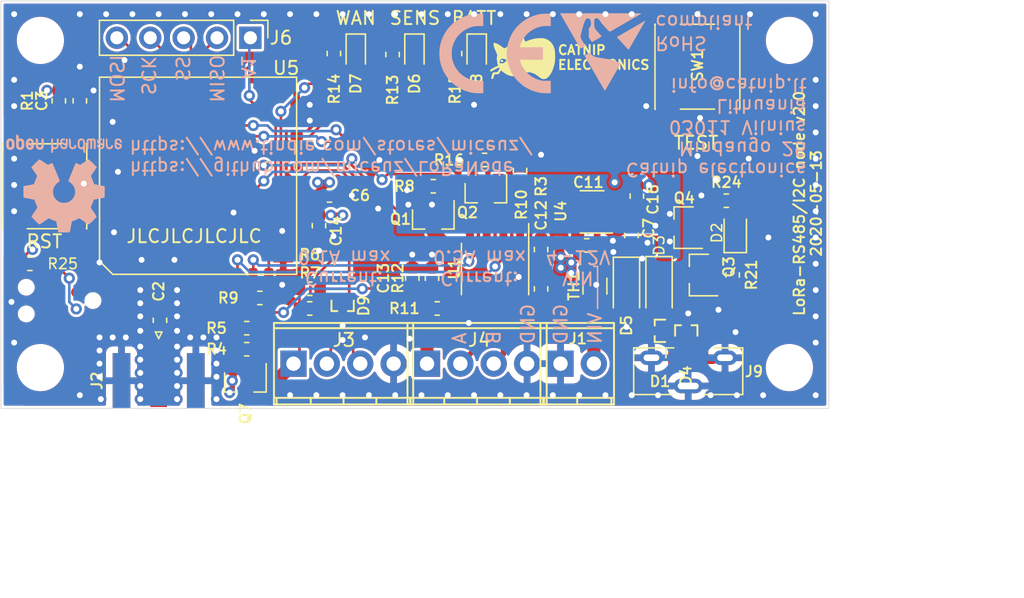
<source format=kicad_pcb>
(kicad_pcb (version 20210722) (generator pcbnew)
  (title_block (title "Lora - RS485 bridge") (date "2019-11-05") (rev "1.1") (company "Albertas Mickenas"))
  (layers (0 "F.Cu" signal) (1 "In1.Cu" signal) (2 "In2.Cu" signal) (31 "B.Cu" signal) (34 "B.Paste" user) (35 "F.Paste" user) (36 "B.SilkS" user "B.Silkscreen") (37 "F.SilkS" user "F.Silkscreen") (38 "B.Mask" user) (39 "F.Mask" user) (44 "Edge.Cuts" user))
  (net 0 "")
  (net 1 "GND")
  (net 2 "Net-(Q7-Pad1)")
  (net 3 "+3V3")
  (net 4 "/VOUT")
  (net 5 "/SWD_IO")
  (net 6 "/SWD_CLK")
  (net 7 "/~{MCU_RST}")
  (net 8 "/RX")
  (net 9 "/TX")
  (net 10 "/D+")
  (net 11 "/D-")
  (net 12 "/I2C_SCL")
  (net 13 "/I2C_SDA")
  (net 14 "+BATT")
  (net 15 "VBUS")
  (net 16 "/VIN")
  (net 17 "/A")
  (net 18 "/B")
  (net 19 "Net-(J9-Pad4)")
  (net 20 "/~{RS485_RE}")
  (net 21 "/~{I2C_ENABLE}")
  (net 22 "/RS485_DE")
  (net 23 "Net-(SW1-Pad2)")
  (net 24 "Net-(U4-Pad4)")
  (net 25 "/ANTENNA")
  (net 26 "/BATT_MON")
  (net 27 "/VOUT_1")
  (net 28 "Net-(Q1-Pad1)")
  (net 29 "Net-(J5-Pad4)")
  (net 30 "Net-(J5-Pad5)")
  (net 31 "Net-(D6-Pad2)")
  (net 32 "Net-(D7-Pad2)")
  (net 33 "Net-(D8-Pad2)")
  (net 34 "/LED1")
  (net 35 "/LED2")
  (net 36 "/LED3")
  (net 37 "Net-(Q2-Pad1)")
  (net 38 "Net-(J5-Pad1)")
  (net 39 "/RS485_ENABLE")
  (net 40 "Net-(D5-Pad1)")
  (net 41 "Net-(D2-Pad1)")
  (net 42 "Net-(U5-Pad34)")
  (net 43 "Net-(U5-Pad21)")
  (net 44 "/A1")
  (net 45 "/RF")
  (net 46 "/MOSI")
  (net 47 "/SS")
  (net 48 "/SCK")
  (net 49 "/MISO")
  (footprint "Resistor_SMD:R_0603_1608Metric" (layer "F.Cu") (at 89.4 119.6 -90)
    (fp_text reference "R1")
    (fp_text value "1k")
  )
  (footprint "Button_Switch_SMD:SW_Push_1P1T_NO_6x6mm_H9.5mm" (layer "F.Cu") (at 138 117 -90)
    (fp_text reference "SW1")
    (fp_text value "SW_Test")
  )
  (footprint "Capacitor_SMD:C_0603_1608Metric" (layer "F.Cu") (at 110 126.8)
    (fp_text reference "C6")
    (fp_text value "1u")
  )
  (footprint "Capacitor_SMD:C_0603_1608Metric" (layer "F.Cu") (at 91 119.6 90)
    (fp_text reference "C3")
    (fp_text value "1u")
  )
  (footprint "miceuz-lib:TC2030-MCP-NL" (layer "F.Cu") (at 92 134.8 180)
    (fp_text reference "J5" hide)
    (fp_text value "SWD" hide)
  )
  (footprint "Mounting_Holes:MountingHole_3.2mm_M3_DIN965" (layer "F.Cu") (at 145 115)
    (fp_text reference "H1" hide)
    (fp_text value "MountingHole" hide)
  )
  (footprint "Mounting_Holes:MountingHole_3.2mm_M3_DIN965" (layer "F.Cu") (at 88 115)
    (fp_text reference "H3" hide)
    (fp_text value "MountingHole" hide)
  )
  (footprint "Capacitor_SMD:C_0603_1608Metric" (layer "F.Cu") (at 109.2 129.1 -90)
    (fp_text reference "C14")
    (fp_text value "1u")
  )
  (footprint "LED_SMD:LED_0603_1608Metric" (layer "F.Cu") (at 112 116 -90)
    (fp_text reference "D7")
    (fp_text value "LED")
  )
  (footprint "LED_SMD:LED_0603_1608Metric" (layer "F.Cu") (at 121.201034 116 -90)
    (fp_text reference "D8")
    (fp_text value "LED")
  )
  (footprint "Resistor_SMD:R_0603_1608Metric" (layer "F.Cu") (at 114.800136 116.074626 90)
    (fp_text reference "R13")
    (fp_text value "1k")
  )
  (footprint "Resistor_SMD:R_0603_1608Metric" (layer "F.Cu") (at 110.332885 116 90)
    (fp_text reference "R14")
    (fp_text value "1k")
  )
  (footprint "Resistor_SMD:R_0603_1608Metric" (layer "F.Cu") (at 119.555585 116 90)
    (fp_text reference "R15")
    (fp_text value "1k")
  )
  (footprint "LED_SMD:LED_0603_1608Metric" (layer "F.Cu") (at 116.463828 116 -90)
    (fp_text reference "D6")
    (fp_text value "LED")
  )
  (footprint "miceuz-lib:catnip" (layer "F.Cu") (at 124.7 116.1)
    (fp_text reference "G***" hide)
    (fp_text value "LOGO" hide)
  )
  (footprint "Capacitor_SMD:C_0603_1608Metric" (layer "F.Cu") (at 126.1 133.9125 90)
    (fp_text reference "C12")
    (fp_text value "1u")
  )
  (footprint "Capacitor_SMD:C_0603_1608Metric" (layer "F.Cu") (at 129.58 130.6)
    (fp_text reference "C11")
    (fp_text value "4.7u")
  )
  (footprint "Package_TO_SOT_SMD:SOT-23" (layer "F.Cu") (at 121.9 126.6 90)
    (fp_text reference "Q2")
    (fp_text value "NTR4003")
  )
  (footprint "Resistor_SMD:R_0603_1608Metric" (layer "F.Cu") (at 108.5 135.4)
    (fp_text reference "R7")
    (fp_text value "4.7k")
  )
  (footprint "Resistor_SMD:R_0603_1608Metric" (layer "F.Cu") (at 117.9 126.1 180)
    (fp_text reference "R8")
    (fp_text value "1M")
  )
  (footprint "TerminalBlock_Phoenix:TerminalBlock_Phoenix_MPT-2.54mm_4pol" (layer "F.Cu") (at 107.26 139.6)
    (fp_text reference "J3")
    (fp_text value "i2c")
  )
  (footprint "TO_SOT_Packages_SMD:SOT-23-5" (layer "F.Cu") (at 129.98 128.05)
    (fp_text reference "U4")
    (fp_text value "NCP718")
  )
  (footprint "Resistor_SMD:R_0603_1608Metric" (layer "F.Cu") (at 104.7 134.6)
    (fp_text reference "R9")
    (fp_text value "1M")
  )
  (footprint "Package_TO_SOT_SMD:SOT-23" (layer "F.Cu") (at 117.9 128.6 90)
    (fp_text reference "Q1")
    (fp_text value "NX2301P")
  )
  (footprint "Resistor_SMD:R_0603_1608Metric" (layer "F.Cu") (at 121.8 124.1 180)
    (fp_text reference "R16")
    (fp_text value "1M")
  )
  (footprint "miceuz-lib:SC89" (layer "F.Cu") (at 111 135.2 90)
    (fp_text reference "D9")
    (fp_text value "5V6")
  )
  (footprint "Package_TO_SOT_SMD:SOT-23" (layer "F.Cu") (at 103.6 141 90)
    (fp_text reference "Q7")
    (fp_text value "NX2301P")
  )
  (footprint "Capacitor_SMD:C_0603_1608Metric" (layer "F.Cu") (at 132.98 129.85 -90)
    (fp_text reference "C7")
    (fp_text value "4.7u")
  )
  (footprint "Resistor_SMD:R_0603_1608Metric" (layer "F.Cu") (at 126.1 130.9125 90)
    (fp_text reference "R3")
    (fp_text value "1M")
  )
  (footprint "Resistor_SMD:R_0603_1608Metric" (layer "F.Cu") (at 103.699999 138.499999 180)
    (fp_text reference "R4")
    (fp_text value "1M")
  )
  (footprint "TerminalBlock_Phoenix:TerminalBlock_Phoenix_MPT-2.54mm_2pol" (layer "F.Cu") (at 127.58 139.6)
    (fp_text reference "J1")
    (fp_text value "battery")
  )
  (footprint "Capacitor_SMD:C_0603_1608Metric" (layer "F.Cu") (at 133.389762 126.85 90)
    (fp_text reference "C16")
    (fp_text value "4.7u")
  )
  (footprint "Package_SO:SOIC-8_3.9x4.9mm_P1.27mm" (layer "F.Cu") (at 122.6 132.4 180)
    (fp_text reference "U1")
    (fp_text value "SN65HVD72")
  )
  (footprint "Resistor_SMD:R_0603_1608Metric" (layer "F.Cu") (at 108.5 133.9)
    (fp_text reference "R6")
    (fp_text value "4.7k")
  )
  (footprint "Mounting_Holes:MountingHole_3.2mm_M3_DIN965" (layer "F.Cu") (at 88 139.9)
    (fp_text reference "H4" hide)
    (fp_text value "MountingHole" hide)
  )
  (footprint "TerminalBlock_Phoenix:TerminalBlock_Phoenix_MPT-2.54mm_4pol" (layer "F.Cu") (at 117.42 139.6)
    (fp_text reference "J4")
    (fp_text value "rs485")
  )
  (footprint "Button_Switch_SMD:SW_Push_1P1T_NO_6x6mm_H9.5mm" (layer "F.Cu") (at 88.3 126.1 90)
    (fp_text reference "SW2")
    (fp_text value "SW_Reset")
  )
  (footprint "Resistor_SMD:R_0603_1608Metric" (layer "F.Cu") (at 124.5 124.9 90)
    (fp_text reference "R10")
    (fp_text value "150")
  )
  (footprint "Capacitor_SMD:C_0603_1608Metric" (layer "F.Cu") (at 116.3 133.09 90)
    (fp_text reference "C13")
    (fp_text value "1u")
  )
  (footprint "Resistor_SMD:R_0603_1608Metric" (layer "F.Cu") (at 117.8 133.1 -90)
    (fp_text reference "R12")
    (fp_text value "10k")
  )
  (footprint "Resistor_SMD:R_0603_1608Metric" (layer "F.Cu") (at 118.2 135.4 180)
    (fp_text reference "R11")
    (fp_text value "20k")
  )
  (footprint "Diode_SMD:D_SOD-123F" (layer "F.Cu") (at 132.6 133.7 -90)
    (fp_text reference "D5")
    (fp_text value "SMF11A")
  )
  (footprint "Mounting_Holes:MountingHole_3.2mm_M3_DIN965" (layer "F.Cu") (at 145 139.9)
    (fp_text reference "H2" hide)
    (fp_text value "MountingHole" hide)
  )
  (footprint "Diode_SMD:D_SOD-123" (layer "F.Cu") (at 135.08 133.7 -90)
    (fp_text reference "D3")
    (fp_text value "1N4148")
  )
  (footprint "Connectors_USB:USB_Micro-B_Vertical_Molex-105133-0001" (layer "F.Cu") (at 137.3 140.225)
    (fp_text reference "J9")
    (fp_text value "USB micro")
  )
  (footprint "miceuz-lib:SC89" (layer "F.Cu") (at 135.15 137.1)
    (fp_text reference "D1")
    (fp_text value "5V6")
  )
  (footprint "miceuz-lib:SC89" (layer "F.Cu") (at 137.15 137.076584 -90)
    (fp_text reference "D4")
    (fp_text value "5V6")
  )
  (footprint "Package_TO_SOT_SMD:SOT-23" (layer "F.Cu") (at 138.143138 132.855373)
    (fp_text reference "Q3")
    (fp_text value "NX2301P")
  )
  (footprint "Package_TO_SOT_SMD:SOT-23" (layer "F.Cu") (at 136.88 129.15)
    (fp_text reference "Q4")
    (fp_text value "NX2301P")
  )
  (footprint "Resistor_SMD:R_0603_1608Metric" (layer "F.Cu") (at 140.68 132.85 -90)
    (fp_text reference "R21")
    (fp_text value "1M")
  )
  (footprint "Resistor_SMD:R_0603_1608Metric" (layer "F.Cu") (at 140.2 127.2 180)
    (fp_text reference "R24")
    (fp_text value "1M")
  )
  (footprint "Resistor_SMD:R_0603_1608Metric" (layer "F.Cu") (at 103.7 136.9 180)
    (fp_text reference "R5")
    (fp_text value "150")
  )
  (footprint "Fuse:Fuse_1206_3216Metric" (layer "F.Cu") (at 130.2 133.7 90)
    (fp_text reference "TH1")
    (fp_text value "Thermistor_PTC")
  )
  (footprint "Resistor_SMD:R_0603_1608Metric" (layer "F.Cu") (at 87.2 132)
    (fp_text reference "R25")
    (fp_text value "1k")
  )
  (footprint "Diode_SMD:D_SOD-323" (layer "F.Cu") (at 140.88 129.65 90)
    (fp_text reference "D2")
    (fp_text value "7.6V")
  )
  (footprint "Fiducials:Fiducial_1mm_Dia_2mm_Outer" (layer "F.Cu") (at 144.1 119.1)
    (fp_text reference "FID1" hide)
    (fp_text value "Fiducial" hide)
  )
  (footprint "Fiducials:Fiducial_1mm_Dia_2mm_Outer" (layer "F.Cu") (at 86.3 141.7)
    (fp_text reference "FID2" hide)
    (fp_text value "Fiducial" hide)
  )
  (footprint "miceuz-lib:SMA_6.35_EdgeMount" (layer "F.Cu") (at 97 140.9 -90)
    (fp_text reference "J2")
    (fp_text value "ANT")
  )
  (footprint "miceuz-lib:RAK4260-footprint_w_solder_paste" (layer "F.Cu") (at 100 125.3 90)
    (fp_text reference "U5")
    (fp_text value "RAK4260")
  )
  (footprint "Capacitor_SMD:C_0603_1608Metric" (layer "F.Cu") (at 97.1 136.3 -90)
    (fp_text reference "C2")
    (fp_text value "47p")
  )
  (footprint "Pin_Headers:Pin_Header_Straight_1x05_Pitch2.54mm" (layer "F.Cu") (at 103.98 114.8 -90)
    (fp_text reference "J6")
    (fp_text value "Conn_01x05_Female")
  )
  (footprint "Symbols:OSHW-Logo2_9.8x8mm_SilkScreen" (layer "B.Cu") (at 89.8 125.9)
    (fp_text reference "REF***" hide)
    (fp_text value "OSHW-Logo2_9.8x8mm_SilkScreen" hide)
  )
  (footprint "Symbols:ESD-Logo_6.6x6mm_SilkScreen" (layer "B.Cu") (at 130.8 115.9)
    (fp_text reference "REF***" hide)
    (fp_text value "ESD-Logo_6.6x6mm_SilkScreen" hide)
  )
  (footprint "Symbols:CE-Logo_8.5x6mm_SilkScreen" (layer "B.Cu") (at 122.6 116)
    (fp_text reference "REF***" hide)
    (fp_text value "CE-Logo_8.5x6mm_SilkScreen" hide)
  )
  (gr_line (start 130.1 132.2) (end 130.4 132.2) (layer "B.SilkS") (width 0.12))
  (gr_line (start 130.4 132.2) (end 130.4 135.4) (layer "B.SilkS") (width 0.12))
  (gr_line (start 148 112) (end 85 112) (layer "Edge.Cuts") (width 0.05))
  (gr_line (start 85 143) (end 148 143) (layer "Edge.Cuts") (width 0.05))
  (gr_line (start 148 143) (end 148 112) (layer "Edge.Cuts") (width 0.05))
  (gr_line (start 85 112) (end 85 143) (layer "Edge.Cuts") (width 0.05))
  (gr_text "MISO" (at 101.4 116 270) (layer "B.SilkS") (effects (font (size 1 1)) (justify right mirror)))
  (gr_text "Current:\n0.1A max" (at 111.1 132.3 180) (layer "B.SilkS") (effects (font (size 1 1)) (justify mirror)))
  (gr_text "Current:\n0.5A max" (at 121.4 132.3 180) (layer "B.SilkS") (effects (font (size 1 1)) (justify mirror)))
  (gr_text "VIN\n4-12V" (at 128.9 132.3 180) (layer "B.SilkS") (effects (font (size 1 1)) (justify mirror)))
  (gr_text "B" (at 122.5 138.2 90) (layer "B.SilkS") (effects (font (size 1 1)) (justify right mirror)))
  (gr_text "A" (at 119.9 138.2 90) (layer "B.SilkS") (effects (font (size 1 1)) (justify right mirror)))
  (gr_text "VIN" (at 130.2 138.2 90) (layer "B.SilkS") (effects (font (size 1 1)) (justify right mirror)))
  (gr_text "GND" (at 125.1 138.2 90) (layer "B.SilkS") (effects (font (size 1 1)) (justify right mirror)))
  (gr_text "GND" (at 127.6 138.2 90) (layer "B.SilkS") (effects (font (size 1 1)) (justify right mirror)))
  (gr_text "Catnip electronics\nMindaugo 25\n03011 Vilnius\nLithuania\ninfo@catnip.lt" (at 146.4 121.6 180) (layer "B.SilkS") (effects (font (size 1 1)) (justify right mirror)))
  (gr_text "A1" (at 103.8 116 270) (layer "B.SilkS") (effects (font (size 1 1)) (justify right mirror)))
  (gr_text "SS" (at 98.8 116.1 270) (layer "B.SilkS") (effects (font (size 1 1)) (justify right mirror)))
  (gr_text "SCK" (at 96.2 116.1 270) (layer "B.SilkS") (effects (font (size 1 1)) (justify right mirror)))
  (gr_text "MOSI" (at 93.8 116 270) (layer "B.SilkS") (effects (font (size 1 1)) (justify right mirror)))
  (gr_text "https://github.com/miceuz/LoRaNode\nhttps://www.tindie.com/stores/miceuz/" (at 94.7 123.9 180) (layer "B.SilkS") (effects (font (size 1 1)) (justify left mirror)))
  (gr_text "RoHS\ncompliant" (at 134.7 114.4 180) (layer "B.SilkS") (effects (font (size 1 1)) (justify left mirror)))
  (gr_text "RST" (at 88.3 130.3) (layer "F.SilkS") (effects (font (size 1 1))))
  (gr_text "JLCJLCJLCJLC" (at 99.7 129.9) (layer "F.SilkS") (effects (font (size 1 1))))
  (gr_text "BATT" (at 121 113.3) (layer "F.SilkS") (effects (font (size 1 1))))
  (gr_text "SENS" (at 116.5 113.3) (layer "F.SilkS") (effects (font (size 1 1))))
  (gr_text "LoRa-RS485/I2C node v2.0\n2020-05-13\n" (at 146.4 127.4 90) (layer "F.SilkS") (effects (font (size 0.8 0.8))))
  (gr_text "WAN" (at 112 113.3) (layer "F.SilkS") (effects (font (size 1 1))))
  (gr_text "CATNIP\nELECTRONICS\n" (at 127.3 116.3) (layer "F.SilkS") (effects (font (size 0.7 0.7)) (justify left)))
  (gr_text "TEST" (at 137.9 122.8) (layer "F.SilkS") (effects (font (size 1 1))))
  (segment (start 137.15 136.506584) (end 137.15 135.923548) (width 0.2) (layer "F.Cu") (net 1))
  (segment (start 125.925 133.275) (end 126.1 133.1) (width 0.2) (layer "F.Cu") (net 1))
  (segment (start 132.1 127.710589) (end 132.1 127) (width 0.25) (layer "F.Cu") (net 1))
  (segment (start 121.0125 124.1) (end 121.0125 125.5375) (width 0.2) (layer "F.Cu") (net 1))
  (segment (start 131.86 128.05) (end 132.093025 127.816972) (width 0.25) (layer "F.Cu") (net 1))
  (segment (start 131.08 128.05) (end 131.86 128.05) (width 0.25) (layer "F.Cu") (net 1))
  (segment (start 137.15 135.923548) (end 137.300009 135.773539) (width 0.2) (layer "F.Cu") (net 1))
  (segment (start 121.0125 125.5375) (end 120.95 125.6) (width 0.2) (layer "F.Cu") (net 1))
  (via (at 147 134) (size 0.85) (drill 0.45) (layers "F.Cu" "B.Cu") (net 1))
  (via (at 139.4 125.6) (size 0.85) (drill 0.45) (layers "F.Cu" "B.Cu") (net 1))
  (via (at 85.8 134.9) (size 0.85) (drill 0.45) (layers "F.Cu" "B.Cu") (net 1))
  (via (at 102.7 128.1) (size 0.85) (drill 0.45) (layers "F.Cu" "B.Cu") (net 1))
  (via (at 98.4 141.3) (size 0.85) (drill 0.45) (layers "F.Cu" "B.Cu") (net 1))
  (via (at 106.4 133.6) (size 0.85) (drill 0.45) (layers "F.Cu" "B.Cu") (net 1))
  (via (at 111 136.7) (size 0.85) (drill 0.45) (layers "F.Cu" "B.Cu") (net 1))
  (via (at 141 142) (size 0.85) (drill 0.45) (layers "F.Cu" "B.Cu") (net 1))
  (via (at 92.5 138.6) (size 0.85) (drill 0.45) (layers "F.Cu" "B.Cu") (net 1))
  (via (at 99.4 137.6) (size 0.85) (drill 0.45) (layers "F.Cu" "B.Cu") (net 1))
  (via (at 147 130) (size 0.85) (drill 0.45) (layers "F.Cu" "B.Cu") (net 1))
  (via (at 125 113) (size 0.85) (drill 0.45) (layers "F.Cu" "B.Cu") (net 1))
  (via (at 138.3 126.8) (size 0.85) (drill 0.45) (layers "F.Cu" "B.Cu") (net 1))
  (via (at 125 142) (size 0.85) (drill 0.45) (layers "F.Cu" "B.Cu") (net 1))
  (via (at 86 126) (size 0.85) (drill 0.45) (layers "F.Cu" "B.Cu") (net 1))
  (via (at 138 113) (size 0.85) (drill 0.45) (layers "F.Cu" "B.Cu") (net 1))
  (via (at 95.6 139.3) (size 0.85) (drill 0.45) (layers "F.Cu" "B.Cu") (net 1))
  (via (at 123 113) (size 0.85) (drill 0.45) (layers "F.Cu" "B.Cu") (net 1))
  (via (at 98.4 142.3) (size 0.85) (drill 0.45) (layers "F.Cu" "B.Cu") (net 1))
  (via (at 95.6 138.3) (size 0.85) (drill 0.45) (layers "F.Cu" "B.Cu") (net 1))
  (via (at 92.5 140.6) (size 0.85) (drill 0.45) (layers "F.Cu" "B.Cu") (net 1))
  (via (at 111 137.8) (size 0.85) (drill 0.45) (layers "F.Cu" "B.Cu") (net 1))
  (via (at 98.4 138.3) (size 0.85) (drill 0.45) (layers "F.Cu" "B.Cu") (net 1))
  (via (at 95.6 140.3) (size 0.85) (drill 0.45) (layers "F.Cu" "B.Cu") (net 1))
  (via (at 133 113) (size 0.85) (drill 0.45) (layers "F.Cu" "B.Cu") (net 1))
  (via (at 147 126) (size 0.85) (drill 0.45) (layers "F.Cu" "B.Cu") (net 1))
  (via (at 86 124) (size 0.85) (drill 0.45) (layers "F.Cu" "B.Cu") (net 1))
  (via (at 108.5 119.9) (size 0.85) (drill 0.45) (layers "F.Cu" "B.Cu") (net 1))
  (via (at 147 122) (size 0.85) (drill 0.45) (layers "F.Cu" "B.Cu") (net 1))
  (via (at 109.2 131) (size 0.85) (drill 0.45) (layers "F.Cu" "B.Cu") (net 1))
  (via (at 147 124) (size 0.85) (drill 0.45) (layers "F.Cu" "B.Cu") (net 1))
  (via (at 91 117) (size 0.85) (drill 0.45) (layers "F.Cu" "B.Cu") (net 1))
  (via (at 101.4 139.6) (size 0.85) (drill 0.45) (layers "F.Cu" "B.Cu") (net 1))
  (via (at 147 120) (size 0.85) (drill 0.45) (layers "F.Cu" "B.Cu") (net 1))
  (via (at 92.04375 118.8125) (size 0.85) (drill 0.45) (layers "F.Cu" "B.Cu") (net 1))
  (via (at 139 142) (size 0.85) (drill 0.45) (layers "F.Cu" "B.Cu") (net 1))
  (via (at 86 118) (size 0.85) (drill 0.45) (layers "F.Cu" "B.Cu") (net 1))
  (via (at 95.6 137.1) (size 0.85) (drill 0.45) (layers "F.Cu" "B.Cu") (net 1))
  (via (at 116.3 131.3) (size 0.85) (drill 0.45) (layers "F.Cu" "B.Cu") (net 1))
  (via (at 113 142) (size 0.85) (drill 0.45) (layers "F.Cu" "B.Cu") (net 1))
  (via (at 115 113) (size 0.85) (drill 0.45) (layers "F.Cu" "B.Cu") (net 1))
  (via (at 106.4 129.5) (size 0.85) (drill 0.45) (layers "F.Cu" "B.Cu") (net 1))
  (via (at 98.4 136) (size 0.85) (drill 0.45) (layers "F.Cu" "B.Cu") (net 1))
  (via (at 133.8 131.6) (size 0.85) (drill 0.45) (layers "F.Cu" "B.Cu") (net 1))
  (via (at 92.5 139.6) (size 0.85) (drill 0.45) (layers "F.Cu" "B.Cu") (net 1))
  (via (at 92.5 137.6) (size 0.85) (drill 0.45) (layers "F.Cu" "B.Cu") (net 1))
  (via (at 97 113) (size 0.85) (drill 0.45) (layers "F.Cu" "B.Cu") (net 1))
  (via (at 95 113) (size 0.85) (drill 0.45) (layers "F.Cu" "B.Cu") (net 1))
  (via (at 117 113) (size 0.85) (drill 0.45) (layers "F.Cu" "B.Cu") (net 1))
  (via (at 101.4 137.6) (size 0.85) (drill 0.45) (layers "F.Cu" "B.Cu") (net 1))
  (via (at 147 118) (size 0.85) (drill 0.45) (layers "F.Cu" "B.Cu") (net 1))
  (via (at 147 113) (size 0.85) (drill 0.45) (layers "F.Cu" "B.Cu") (net 1))
  (via (at 147 132) (size 0.85) (drill 0.45) (layers "F.Cu" "B.Cu") (net 1))
  (via (at 105 113) (size 0.85) (drill 0.45) (layers "F.Cu" "B.Cu") (net 1))
  (via (at 101.4 138.6) (size 0.85) (drill 0.45) (layers "F.Cu" "B.Cu") (net 1))
  (via (at 121 119.9) (size 0.85) (drill 0.45) (layers "F.Cu" "B.Cu") (net 1))
  (via (at 134.1 120) (size 0.85) (drill 0.45) (layers "F.Cu" "B.Cu") (net 1))
  (via (at 120.6 136.5) (size 0.85) (drill 0.45) (layers "F.Cu" "B.Cu") (net 1))
  (via (at 147 128) (size 0.85) (drill 0.45) (layers "F.Cu" "B.Cu") (net 1))
  (via (at 103 113) (size 0.85) (drill 0.45) (layers "F.Cu" "B.Cu") (net 1))
  (via (at 121 142) (size 0.85) (drill 0.45) (layers "F.Cu" "B.Cu") (net 1))
  (via (at 98.4 135) (size 0.85) (drill 0.45) (layers "F.Cu" "B.Cu") (net 1))
  (via (at 129 142) (size 0.85) (drill 0.45) (layers "F.Cu" "B.Cu") (net 1))
  (via (at 95.6 142.3) (size 0.85) (drill 0.45) (layers "F.Cu" "B.Cu") (net 1))
  (via (at 101.4 142.3) (size 0.85) (drill 0.45) (layers "F.Cu" "B.Cu") (net 1))
  (via (at 94.5 137.6) (size 0.85) (drill 0.45) (layers "F.Cu" "B.Cu") (net 1))
  (via (at 104.3 123.4) (size 0.85) (drill 0.45) (layers "F.Cu" "B.Cu") (net 1))
  (via (at 111.7 126.8) (size 0.85) (drill 0.45) (layers "F.Cu" "B.Cu") (net 1))
  (via (at 86 113) (size 0.85) (drill 0.45) (layers "F.Cu" "B.Cu") (net 1))
  (via (at 95.6 134) (size 0.85) (drill 0.45) (layers "F.Cu" "B.Cu") (net 1))
  (via (at 91 142) (size 0.85) (drill 0.45) (layers "F.Cu" "B.Cu") (net 1))
  (via (at 92.6 142.3) (size 0.85) (drill 0.45) (layers "F.Cu" "B.Cu") (net 1))
  (via (at 119 142) (size 0.85) (drill 0.45) (layers "F.Cu" "B.Cu") (net 1))
  (via (at 111 142) (size 0.85) (drill 0.45) (layers "F.Cu" "B.Cu") (net 1))
  (via (at 98.2 131.7) (size 0.85) (drill 0.45) (layers "F.Cu" "B.Cu") (net 1))
  (via (at 119 113) (size 0.85) (drill 0.45) (layers "F.Cu" "B.Cu") (net 1))
  (via (at 133 142) (size 0.85) (drill 0.45) (layers "F.Cu" "B.Cu") (net 1))
  (via (at 109 113) (size 0.85) (drill 0.45) (layers "F.Cu" "B.Cu") (net 1))
  (via (at 119.9 124.1) (size 0.85) (drill 0.45) (layers "F.Cu" "B.Cu") (net 1))
  (via (at 131.6 131.1) (size 0.85) (drill 0.45) (layers "F.Cu" "B.Cu") (net 1))
  (via (at 117 142) (size 0.85) (drill 0.45) (layers "F.Cu" "B.Cu") (net 1))
  (via (at 109 142) (size 0.85) (drill 0.45) (layers "F.Cu" "B.Cu") (net 1))
  (via (at 101 113) (size 0.85) (drill 0.45) (layers "F.Cu" "B.Cu") (net 1))
  (via (at 131 142) (size 0.85) (drill 0.45) (layers "F.Cu" "B.Cu") (net 1))
  (via (at 113.7 127.8) (size 0.85) (drill 0.45) (layers "F.Cu" "B.Cu") (net 1))
  (via (at 116.1 137.7) (size 0.85) (drill 0.45) (layers "F.Cu" "B.Cu") (net 1))
  (via (at 107 113) (size 0.85) (drill 0.45) (layers "F.Cu" "B.Cu") (net 1))
  (via (at 92.5 131.9) (size 0.85) (drill 0.45) (layers "F.Cu" "B.Cu") (net 1))
  (via (at 86 138) (size 0.85) (drill 0.45) (layers "F.Cu" "B.Cu") (net 1))
  (via (at 95.6 141.3) (size 0.85) (drill 0.45) (layers "F.Cu" "B.Cu") (net 1))
  (via (at 135 142) (size 0.85) (drill 0.45) (layers "F.Cu" "B.Cu") (net 1))
  (via (at 134.3 126) (size 0.85) (drill 0.45) (layers "F.Cu" "B.Cu") (net 1))
  (via (at 108.5 121.1) (size 0.85) (drill 0.45) (layers "F.Cu" "B.Cu") (net 1))
  (via (at 93.5 121.2) (size 0.85) (drill 0.45) (layers "F.Cu" "B.Cu") (net 1))
  (via (at 140.9 137.2) (size 0.85) (drill 0.45) (layers "F.Cu" "B.Cu") (net 1))
  (via (at 94.4 116.5) (size 0.85) (drill 0.45) (layers "F.Cu" "B.Cu") (net 1))
  (via (at 100.4 137.6) (size 0.85) (drill 0.45) (layers "F.Cu" "B.Cu") (net 1))
  (via (at 93 113) (size 0.85) (drill 0.45) (layers "F.Cu" "B.Cu") (net 1))
  (via (at 124.4 133) (size 0.85) (drill 0.45) (layers "F.Cu" "B.Cu") (net 1))
  (via (at 131.565485 130.25001) (size 0.85) (drill 0.45) (layers "F.Cu" "B.Cu") (net 1))
  (via (at 91.3 125.9) (size 0.85) (drill 0.45) (layers "F.Cu" "B.Cu") (net 1))
  (via (at 126.1 123.7) (size 0.85) (drill 0.45) (layers "F.Cu" "B.Cu") (net 1))
  (via (at 127 113) (size 0.85) (drill 0.45) (layers "F.Cu" "B.Cu") (net 1))
  (via (at 137.300009 135.773539) (size 0.85) (drill 0.45) (layers "F.Cu" "B.Cu") (net 1))
  (via (at 95.6 136) (size 0.85) (drill 0.45) (layers "F.Cu" "B.Cu") (net 1))
  (via (at 111 113) (size 0.85) (drill 0.45) (layers "F.Cu" "B.Cu") (net 1))
  (via (at 98.4 134) (size 0.85) (drill 0.45) (layers "F.Cu" "B.Cu") (net 1))
  (via (at 143.4 130) (size 0.85) (drill 0.45) (layers "F.Cu" "B.Cu") (net 1))
  (via (at 113 113) (size 0.85) (drill 0.45) (layers "F.Cu" "B.Cu") (net 1))
  (via (at 95.7 131.7) (size 0.85) (drill 0.45) (layers "F.Cu" "B.Cu") (net 1))
  (via (at 95.6 135) (size 0.85) (drill 0.45) (layers "F.Cu" "B.Cu") (net 1))
  (via (at 110.3 129.9) (size 0.85) (drill 0.45) (layers "F.Cu" "B.Cu") (net 1))
  (via (at 86 120) (size 0.85) (drill 0.45) (layers "F.Cu" "B.Cu") (net 1))
  (via (at 93.9 125) (size 0.85) (drill 0.45) (layers "F.Cu" "B.Cu") (net 1))
  (via (at 143 142) (size 0.85) (drill 0.45) (layers "F.Cu" "B.Cu") (net 1))
  (via (at 121 113) (size 0.85) (drill 0.45) (layers "F.Cu" "B.Cu") (net 1))
  (via (at 98.4 139.3) (size 0.85) (drill 0.45) (layers "F.Cu" "B.Cu") (net 1))
  (via (at 147 142) (size 0.85) (drill 0.45) (layers "F.Cu" "B.Cu") (net 1))
  (via (at 107 142) (size 0.85) (drill 0.45) (layers "F.Cu" "B.Cu") (net 1))
  (via (at 98.4 140.3) (size 0.85) (drill 0.45) (layers "F.Cu" "B.Cu") (net 1))
  (via (at 138.2 120.9) (size 0.85) (drill 0.45) (layers "F.Cu" "B.Cu") (net 1))
  (via (at 147 136) (size 0.85) (drill 0.45) (layers "F.Cu" "B.Cu") (net 1))
  (via (at 139.6 135.5) (size 0.85) (drill 0.45) (layers "F.Cu" "B.Cu") (net 1))
  (via (at 129 113) (size 0.85) (drill 0.45) (layers "F.Cu" "B.Cu") (net 1))
  (via (at 99 113) (size 0.85) (drill 0.45) (layers "F.Cu" "B.Cu") (net 1))
  (via (at 127 142) (size 0.85) (drill 0.45) (layers "F.Cu" "B.Cu") (net 1))
  (via (at 138 123.8) (size 0.85) (drill 0.45) (layers "F.Cu" "B.Cu") (net 1))
  (via (at 98.4 137.1) (size 0.85) (drill 0.45) (layers "F.Cu" "B.Cu") (net 1))
  (via (at 117.8 131.3) (size 0.85) (drill 0.45) (layers "F.Cu" "B.Cu") (net 1))
  (via (at 123 142) (size 0.85) (drill 0.45) (layers "F.Cu" "B.Cu") (net 1))
  (via (at 86 128) (size 0.85) (drill 0.45) (layers "F.Cu" "B.Cu") (net 1))
  (via (at 112.7 137.6) (size 0.85) (drill 0.45) (layers "F.Cu" "B.Cu") (net 1))
  (via (at 91 113) (size 0.85) (drill 0.45) (layers "F.Cu" "B.Cu") (net 1))
  (via (at 93.6 129.6) (size 0.85) (drill 0.45) (layers "F.Cu" "B.Cu") (net 1))
  (via (at 115 142) (size 0.85) (drill 0.45) (layers "F.Cu" "B.Cu") (net 1))
  (via (at 147 138) (size 0.85) (drill 0.45) (layers "F.Cu" "B.Cu") (net 1))
  (via (at 131.7 125.8) (size 0.85) (drill 0.45) (layers "F.Cu" "B.Cu") (net 1))
  (via (at 131 113) (size 0.85) (drill 0.45) (layers "F.Cu" "B.Cu") (net 1))
  (via (at 141.9 124) (size 0.85) (drill 0.45) (layers "F.Cu" "B.Cu") (net 1))
  (via (at 132.6 136.8) (size 0.85) (drill 0.45) (layers "F.Cu" "B.Cu") (net 1))
  (via (at 134.2 130.4) (size 0.85) (drill 0.45) (layers "F.Cu" "B.Cu") (net 1))
  (via (at 101.4 140.6) (size 0.85) (drill 0.45) (layers "F.Cu" "B.Cu") (net 1))
  (via (at 113.8 124.1) (size 0.85) (drill 0.45) (layers "F.Cu" "B.Cu") (net 1))
  (via (at 93.5 137.6) (size 0.85) (drill 0.45) (layers "F.Cu" "B.Cu") (net 1))
  (via (at 130.3 133.6) (size 0.85) (drill 0.45) (layers "F.Cu" "B.Cu") (net 1))
  (via (at 142 113) (size 0.85) (drill 0.45) (layers "F.Cu" "B.Cu") (net 1))
  (arc (start 132.029706 127.880294) (mid 132.081731 127.802433) (end 132.1 127.710589) (width 0.25) (layer "F.Cu") (net 1))
  (segment (start 105.225009 139.324991) (end 104.55 140) (width 0.2) (layer "F.Cu") (net 2))
  (segment (start 104.4875 136.9) (end 105.225009 137.637509) (width 0.2) (layer "F.Cu") (net 2))
  (segment (start 105.225009 137.637509) (end 105.225009 139.324991) (width 0.2) (layer "F.Cu") (net 2))
  (segment (start 102.85 140) (end 102.85 140.85) (width 0.2) (layer "F.Cu") (net 3))
  (segment (start 89.4 118.8125) (end 88.5125 118.8125) (width 0.2) (layer "F.Cu") (net 3))
  (segment (start 107.5 128.3) (end 109.2125 128.3) (width 0.4) (layer "F.Cu") (net 3))
  (segment (start 127.6 133.2) (end 127.6 132.3) (width 0.4) (layer "F.Cu") (net 3))
  (segment (start 110.0875 128.3125) (end 110.1 128.3) (width 0.2) (layer "F.Cu") (net 3))
  (segment (start 109.2125 126.8) (end 109.2125 125.9125) (width 0.4) (layer "F.Cu") (net 3))
  (segment (start 102.6 141.6) (end 102.4 141.8) (width 0.4) (layer "F.Cu") (net 3))
  (segment (start 102.6 140.9) (end 102.6 141.6) (width 0.4) (layer "F.Cu") (net 3))
  (segment (start 128.88 129) (end 128.88 130.5125) (width 1) (layer "F.Cu") (net 3))
  (segment (start 109.2125 126.5875) (end 110 125.8) (width 0.4) (layer "F.Cu") (net 3))
  (segment (start 109.2 128.3125) (end 110.0875 128.3125) (width 0.2) (layer "F.Cu") (net 3))
  (segment (start 86.4125 132) (end 86.4125 131.794241) (width 0.2) (layer "F.Cu") (net 3))
  (segment (start 124.505 134.875) (end 125.925 134.875) (width 0.4) (layer "F.Cu") (net 3))
  (segment (start 109.2125 125.9125) (end 109.1 125.8) (width 0.4) (layer "F.Cu") (net 3))
  (segment (start 110.1 128.3) (end 111 128.3) (width 0.4) (layer "F.Cu") (net 3))
  (segment (start 102.85 140.85) (end 102.8 140.9) (width 0.2) (layer "F.Cu") (net 3))
  (segment (start 127.4 131.7) (end 127.6 131.5) (width 0.2) (layer "F.Cu") (net 3))
  (segment (start 126.1 134.7) (end 127.6 133.2) (width 0.4) (layer "F.Cu") (net 3))
  (segment (start 128.88 130.5125) (end 128.7925 130.6) (width 1) (layer "F.Cu") (net 3))
  (segment (start 109.2125 126.8) (end 109.2125 126.5875) (width 0.4) (layer "F.Cu") (net 3))
  (segment (start 102.6 140.9) (end 102.6 140.05) (width 0.4) (layer "F.Cu") (net 3))
  (segment (start 102.6 140.05) (end 102.65 140) (width 0.4) (layer "F.Cu") (net 3))
  (segment (start 108.9125 127.1) (end 109.2125 126.8) (width 0.4) (layer "F.Cu") (net 3))
  (segment (start 88.5125 118.8125) (end 88.5 118.8) (width 0.2) (layer "F.Cu") (net 3))
  (segment (start 125.925 134.875) (end 126.1 134.7) (width 0.4) (layer "F.Cu") (net 3))
  (segment (start 110 125.8) (end 109.1 125.8) (width 0.4) (layer "F.Cu") (net 3))
  (segment (start 107.5 127.1) (end 108.9125 127.1) (width 0.4) (layer "F.Cu") (net 3))
  (segment (start 86.4125 131.794241) (end 87.297038 130.909703) (width 0.2) (layer "F.Cu") (net 3))
  (segment (start 102.85 138.762498) (end 103.112499 138.499999) (width 0.2) (layer "F.Cu") (net 3))
  (segment (start 102.85 140) (end 102.85 138.762498) (width 0.2) (layer "F.Cu") (net 3))
  (segment (start 126.1 131.7) (end 127.4 131.7) (width 0.2) (layer "F.Cu") (net 3))
  (via (at 102.4 141.8) (size 0.85) (drill 0.45) (layers "F.Cu" "B.Cu") (net 3))
  (via (at 127.6 132.3) (size 0.85) (drill 0.45) (layers "F.Cu" "B.Cu") (net 3))
  (via (at 109.1 125.8) (size 0.85) (drill 0.45) (layers "F.Cu" "B.Cu") (net 3))
  (via (at 128.4 131.9) (size 0.85) (drill 0.45) (layers "F.Cu" "B.Cu") (net 3))
  (via (at 110 125.8) (size 0.85) (drill 0.45) (layers "F.Cu" "B.Cu") (net 3))
  (via (at 87.4 130.909703) (size 0.85) (drill 0.45) (layers "F.Cu" "B.Cu") (net 3))
  (via (at 127.6 131.5) (size 0.85) (drill 0.45) (layers "F.Cu" "B.Cu") (net 3))
  (via (at 110.1 128.3) (size 0.85) (drill 0.45) (layers "F.Cu" "B.Cu") (net 3))
  (via (at 111 128.3) (size 0.85) (drill 0.45) (layers "F.Cu" "B.Cu") (net 3))
  (via (at 128.4 132.7) (size 0.85) (drill 0.45) (layers "F.Cu" "B.Cu") (net 3))
  (via (at 102.6 140.9) (size 0.85) (drill 0.45) (layers "F.Cu" "B.Cu") (net 3))
  (via (at 88.5 118.8) (size 0.85) (drill 0.45) (layers "F.Cu" "B.Cu") (net 3))
  (segment (start 107.7125 135.4) (end 107.7125 133.9) (width 0.2) (layer "F.Cu") (net 4))
  (segment (start 107.7125 135.4) (end 107.7125 139.1475) (width 0.2) (layer "F.Cu") (net 4))
  (segment (start 107.7125 139.1475) (end 107.26 139.6) (width 0.2) (layer "F.Cu") (net 4))
  (segment (start 104.86 142) (end 107.26 139.6) (width 1) (layer "F.Cu") (net 4))
  (segment (start 103.6 142) (end 104.86 142) (width 1) (layer "F.Cu") (net 4))
  (segment (start 90.2 133.1) (end 88.9 131.8) (width 0.2) (layer "F.Cu") (net 5))
  (segment (start 88.9 126.8) (end 90.86 124.84) (width 0.2) (layer "F.Cu") (net 5))
  (segment (start 88.9 131.8) (end 88.9 126.8) (width 0.2) (layer "F.Cu") (net 5))
  (segment (start 90.86 124.84) (end 92.5 124.84) (width 0.2) (layer "F.Cu") (net 5))
  (via (at 90.2 133.1) (size 0.85) (drill 0.45) (layers "F.Cu" "B.Cu") (net 5))
  (via (at 90.73 135.435) (size 0.85) (drill 0.45) (layers "F.Cu" "B.Cu") (net 5))
  (segment (start 90.2 134.905) (end 90.73 135.435) (width 0.2) (layer "B.Cu") (net 5))
  (segment (start 90.2 133.1) (end 90.2 134.905) (width 0.2) (layer "B.Cu") (net 5))
  (segment (start 88.2 126.2) (end 90.76 123.64) (width 0.2) (layer "F.Cu") (net 6))
  (segment (start 90.76 123.64) (end 92.5 123.64) (width 0.2) (layer "F.Cu") (net 6))
  (segment (start 88.2 132) (end 88.2 126.2) (width 0.2) (layer "F.Cu") (net 6))
  (segment (start 89.46 134.165) (end 88.2 132.905) (width 0.2) (layer "F.Cu") (net 6))
  (segment (start 88.2 132.905) (end 88.2 132) (width 0.2) (layer "F.Cu") (net 6))
  (segment (start 87.9875 132) (end 88.2 132) (width 0.4) (layer "F.Cu") (net 6))
  (segment (start 92.5 122.44) (end 90.865 122.44) (width 0.2) (layer "F.Cu") (net 7))
  (segment (start 91.0475 120.34) (end 91 120.3875) (width 0.2) (layer "F.Cu") (net 7))
  (segment (start 91 120.3875) (end 91 122.03125) (width 0.2) (layer "F.Cu") (net 7))
  (segment (start 91 120.3875) (end 89.4 120.3875) (width 0.2) (layer "F.Cu") (net 7))
  (segment (start 90.75625 121.91875) (end 90.55 122.125) (width 0.2) (layer "F.Cu") (net 7))
  (segment (start 90.865 122.44) (end 90.55 122.125) (width 0.2) (layer "F.Cu") (net 7))
  (segment (start 120.559998 126.6) (end 119.134999 125.175001) (width 0.2) (layer "F.Cu") (net 8))
  (segment (start 114.424999 125.175001) (end 114 125.6) (width 0.2) (layer "F.Cu") (net 8))
  (segment (start 92.5 127.24) (end 103.46 127.24) (width 0.2) (layer "F.Cu") (net 8))
  (segment (start 103.46 127.24) (end 105 125.7) (width 0.2) (layer "F.Cu") (net 8))
  (segment (start 124.505 129.925) (end 124.505 128.814998) (width 0.2) (layer "F.Cu") (net 8))
  (segment (start 122.290002 126.6) (end 120.559998 126.6) (width 0.2) (layer "F.Cu") (net 8))
  (segment (start 119.134999 125.175001) (end 114.424999 125.175001) (width 0.2) (layer "F.Cu") (net 8))
  (segment (start 124.505 128.814998) (end 122.290002 126.6) (width 0.2) (layer "F.Cu") (net 8))
  (via (at 114 125.6) (size 0.85) (drill 0.45) (layers "F.Cu" "B.Cu") (net 8))
  (via (at 105 125.7) (size 0.85) (drill 0.45) (layers "F.Cu" "B.Cu") (net 8))
  (segment (start 105 125.7) (end 105.7 125) (width 0.2) (layer "B.Cu") (net 8))
  (segment (start 113.4 125) (end 114 125.6) (width 0.2) (layer "B.Cu") (net 8))
  (segment (start 105.7 125) (end 113.4 125) (width 0.2) (layer "B.Cu") (net 8))
  (segment (start 103.46 126.04) (end 105 124.5) (width 0.2) (layer "F.Cu") (net 9))
  (segment (start 115.8 128.6) (end 111.7 124.5) (width 0.2) (layer "F.Cu") (net 9))
  (segment (start 111.7 124.5) (end 111.7 124) (width 0.2) (layer "F.Cu") (net 9))
  (segment (start 119.37 128.6) (end 115.8 128.6) (width 0.2) (layer "F.Cu") (net 9))
  (segment (start 120.695 129.925) (end 119.37 128.6) (width 0.2) (layer "F.Cu") (net 9))
  (segment (start 92.5 126.04) (end 103.46 126.04) (width 0.2) (layer "F.Cu") (net 9))
  (via (at 111.7 124) (size 0.85) (drill 0.45) (layers "F.Cu" "B.Cu") (net 9))
  (via (at 105 124.5) (size 0.85) (drill 0.45) (layers "F.Cu" "B.Cu") (net 9))
  (segment (start 111.2 124.5) (end 111.7 124) (width 0.2) (layer "B.Cu") (net 9))
  (segment (start 105 124.5) (end 111.2 124.5) (width 0.2) (layer "B.Cu") (net 9))
  (segment (start 138.719116 137.646584) (end 142.5 133.8657) (width 0.2) (layer "F.Cu") (net 10))
  (segment (start 142.5 133.8657) (end 142.5 126.3343) (width 0.2) (layer "F.Cu") (net 10))
  (segment (start 142.5 126.3343) (end 138.390699 122.224999) (width 0.2) (layer "F.Cu") (net 10))
  (segment (start 137.65 137.646584) (end 138.719116 137.646584) (width 0.2) (layer "F.Cu") (net 10))
  (segment (start 95.85 117.8) (end 95.85 118.275) (width 0.2) (layer "F.Cu") (net 10))
  (segment (start 95.85 118.275) (end 99.04999 121.47499) (width 0.2) (layer "F.Cu") (net 10))
  (segment (start 110.924999 122.224999) (end 110.5 121.8) (width 0.2) (layer "F.Cu") (net 10))
  (segment (start 137.3 137.996584) (end 137.65 137.646584) (width 0.2) (layer "F.Cu") (net 10))
  (segment (start 138.390699 122.224999) (end 110.924999 122.224999) (width 0.2) (layer "F.Cu") (net 10))
  (segment (start 137.3 139.4) (end 137.3 137.996584) (width 0.2) (layer "F.Cu") (net 10))
  (segment (start 99.04999 121.47499) (end 104.2 121.47499) (width 0.2) (layer "F.Cu") (net 10))
  (via (at 104.2 121.47499) (size 0.85) (drill 0.45) (layers "F.Cu" "B.Cu") (net 10))
  (via (at 110.5 121.8) (size 0.85) (drill 0.45) (layers "F.Cu" "B.Cu") (net 10))
  (segment (start 104.2 121.47499) (end 105.27499 121.47499) (width 0.2) (layer "B.Cu") (net 10))
  (segment (start 105.27499 121.47499) (end 105.7 121.9) (width 0.2) (layer "B.Cu") (net 10))
  (segment (start 105.7 121.9) (end 110.4 121.9) (width 0.2) (layer "B.Cu") (net 10))
  (segment (start 110.4 121.9) (end 110.5 121.8) (width 0.2) (layer "B.Cu") (net 10))
  (segment (start 136.65 139.4) (end 136.65 137.646584) (width 0.2) (layer "F.Cu") (net 11))
  (segment (start 141.2 134.6) (end 142.099989 133.700011) (width 0.2) (layer "F.Cu") (net 11))
  (segment (start 142.099989 133.700011) (end 142.099989 126.499989) (width 0.2) (layer "F.Cu") (net 11))
  (segment (start 136.4 135.6) (end 137.4 134.6) (width 0.2) (layer "F.Cu") (net 11))
  (segment (start 142.099989 126.499989) (end 138.3 122.7) (width 0.2) (layer "F.Cu") (net 11))
  (segment (start 136.65 137.646584) (end 136.4 137.396584) (width 0.2) (layer "F.Cu") (net 11))
  (segment (start 136.4 137.396584) (end 136.4 135.6) (width 0.2) (layer "F.Cu") (net 11))
  (segment (start 99.15 122.3) (end 105 122.3) (width 0.2) (layer "F.Cu") (net 11))
  (segment (start 138.3 122.7) (end 109.4 122.7) (width 0.2) (layer "F.Cu") (net 11))
  (segment (start 94.65 117.8) (end 99.15 122.3) (width 0.2) (layer "F.Cu") (net 11))
  (segment (start 137.4 134.6) (end 141.2 134.6) (width 0.2) (layer "F.Cu") (net 11))
  (via (at 109.4 122.7) (size 0.85) (drill 0.45) (layers "F.Cu" "B.Cu") (net 11))
  (via (at 105 122.3) (size 0.85) (drill 0.45) (layers "F.Cu" "B.Cu") (net 11))
  (segment (start 105 122.3) (end 109 122.3) (width 0.2) (layer "B.Cu") (net 11))
  (segment (start 109 122.3) (end 109.4 122.7) (width 0.2) (layer "B.Cu") (net 11))
  (segment (start 110.0575 134.63) (end 109.2875 135.4) (width 0.2) (layer "F.Cu") (net 12))
  (segment (start 110.5 134.63) (end 110.0575 134.63) (width 0.2) (layer "F.Cu") (net 12))
  (segment (start 108.54999 134.66249) (end 108.54999 133.35001) (width 0.2) (layer "F.Cu") (net 12))
  (segment (start 110.1 139.3) (end 110.1 135.03) (width 0.2) (layer "F.Cu") (net 12))
  (segment (start 112.425001 126.451999) (end 110.873002 124.9) (width 0.2) (layer "F.Cu") (net 12))
  (segment (start 110.1 135.03) (end 110.5 134.63) (width 0.2) (layer "F.Cu") (net 12))
  (segment (start 110.873002 124.9) (end 108.5 124.9) (width 0.2) (layer "F.Cu") (net 12))
  (segment (start 108.5 124.9) (end 107.5 125.9) (width 0.2) (layer "F.Cu") (net 12))
  (segment (start 109.2875 135.4) (end 108.54999 134.66249) (width 0.2) (layer "F.Cu") (net 12))
  (segment (start 109.8 139.6) (end 110.1 139.3) (width 0.2) (layer "F.Cu") (net 12))
  (segment (start 108.54999 133.35001) (end 112.425001 129.474999) (width 0.2) (layer "F.Cu") (net 12))
  (segment (start 112.425001 129.474999) (end 112.425001 126.451999) (width 0.2) (layer "F.Cu") (net 12))
  (segment (start 112.825012 129.774988) (end 112.825012 126.28631) (width 0.2) (layer "F.Cu") (net 13))
  (segment (start 111.8 139.06) (end 111.8 134.93) (width 0.2) (layer "F.Cu") (net 13))
  (segment (start 107.8 124.4) (end 107.5 124.7) (width 0.2) (layer "F.Cu") (net 13))
  (segment (start 111.5 134.63) (end 111.5 134) (width 0.2) (layer "F.Cu") (net 13))
  (segment (start 112.34 139.6) (end 111.8 139.06) (width 0.2) (layer "F.Cu") (net 13))
  (segment (start 109.2875 133.9) (end 111.4 133.9) (width 0.2) (layer "F.Cu") (net 13))
  (segment (start 112.825012 126.28631) (end 110.938702 124.4) (width 0.2) (layer "F.Cu") (net 13))
  (segment (start 111.5 131.1) (end 112.825012 129.774988) (width 0.2) (layer "F.Cu") (net 13))
  (segment (start 111.5 134) (end 111.5 131.1) (width 0.2) (layer "F.Cu") (net 13))
  (segment (start 111.4 133.9) (end 111.5 134) (width 0.2) (layer "F.Cu") (net 13))
  (segment (start 110.938702 124.4) (end 107.8 124.4) (width 0.2) (layer "F.Cu") (net 13))
  (segment (start 111.8 134.93) (end 111.5 134.63) (width 0.2) (layer "F.Cu") (net 13))
  (segment (start 130.454998 127.1) (end 130.149999 127.404999) (width 0.4) (layer "F.Cu") (net 14))
  (segment (start 117.1125 127.4375) (end 116.95 127.6) (width 0.2) (layer "F.Cu") (net 14))
  (segment (start 116 127.5) (end 116 126.5) (width 1) (layer "F.Cu") (net 14))
  (segment (start 135.9 129.17) (end 135.88 129.15) (width 1) (layer "F.Cu") (net 14))
  (segment (start 132.9175 129) (end 132.98 129.0625) (width 0.4) (layer "F.Cu") (net 14))
  (segment (start 132.98 129.02) (end 132.98 129.0625) (width 1) (layer "F.Cu") (net 14))
  (segment (start 135.88 128.22) (end 135.9 128.2) (width 1) (layer "F.Cu") (net 14))
  (segment (start 131.08 127.1) (end 130.454998 127.1) (width 0.4) (layer "F.Cu") (net 14))
  (segment (start 135.88 131.25) (end 135.88 130.3) (width 1) (layer "F.Cu") (net 14))
  (segment (start 116.85 127.5) (end 116.95 127.6) (width 1) (layer "F.Cu") (net 14))
  (segment (start 135.88 129.15) (end 134.85 129.15) (width 1) (layer "F.Cu") (net 14))
  (segment (start 117.8 127.5) (end 117.05 127.5) (width 0.4) (layer "F.Cu") (net 14))
  (segment (start 133.389762 128.610238) (end 132.98 129.02) (width 1) (layer "F.Cu") (net 14))
  (segment (start 130.149999 127.404999) (end 130.149999 128.695001) (width 0.4) (layer "F.Cu") (net 14))
  (segment (start 130.454998 129) (end 131.08 129) (width 0.4) (layer "F.Cu") (net 14))
  (segment (start 117.05 127.5) (end 116.95 127.6) (width 0.4) (layer "F.Cu") (net 14))
  (segment (start 116 126.5) (end 115.9 126.4) (width 1) (layer "F.Cu") (net 14))
  (segment (start 134.7625 129.0625) (end 134.8 129.1) (width 1) (layer "F.Cu") (net 14))
  (segment (start 117.1125 126.1) (end 117.1125 127.4375) (width 0.2) (layer "F.Cu") (net 14))
  (segment (start 134.85 129.15) (end 134.8 129.1) (width 1) (layer "F.Cu") (net 14))
  (segment (start 135.9 130.3) (end 135.9 129.17) (width 1) (layer "F.Cu") (net 14))
  (segment (start 131.08 129) (end 132.9175 129) (width 0.4) (layer "F.Cu") (net 14))
  (segment (start 135.88 129.15) (end 135.88 128.22) (width 1) (layer "F.Cu") (net 14))
  (segment (start 132.98 129.0625) (end 134.7625 129.0625) (width 1) (layer "F.Cu") (net 14))
  (segment (start 133.389762 127.6375) (end 133.389762 128.610238) (width 1) (layer "F.Cu") (net 14))
  (segment (start 130.149999 128.695001) (end 130.454998 129) (width 0.4) (layer "F.Cu") (net 14))
  (segment (start 135.08 132.05) (end 135.88 131.25) (width 1) (layer "F.Cu") (net 14))
  (segment (start 116 127.5) (end 116.85 127.5) (width 1) (layer "F.Cu") (net 14))
  (via (at 135.9 130.3) (size 0.85) (drill 0.45) (layers "F.Cu" "B.Cu") (net 14))
  (via (at 134.8 129.1) (size 0.85) (drill 0.45) (layers "F.Cu" "B.Cu") (net 14))
  (via (at 117.8 127.5) (size 0.85) (drill 0.45) (layers "F.Cu" "B.Cu") (net 14))
  (via (at 115.9 126.4) (size 0.85) (drill 0.45) (layers "F.Cu" "B.Cu") (net 14))
  (via (at 135.9 128.2) (size 0.85) (drill 0.45) (layers "F.Cu" "B.Cu") (net 14))
  (via (at 116 127.5) (size 0.85) (drill 0.45) (layers "F.Cu" "B.Cu") (net 14))
  (segment (start 132.9 129.1) (end 134.8 129.1) (width 1) (layer "B.Cu") (net 14))
  (segment (start 131.3 127.5) (end 132.9 129.1) (width 1) (layer "B.Cu") (net 14))
  (segment (start 117.8 127.5) (end 131.3 127.5) (width 1) (layer "B.Cu") (net 14))
  (segment (start 117.8 127.5) (end 116.2 127.5) (width 1) (layer "B.Cu") (net 14))
  (segment (start 116.2 127.5) (end 116 127.5) (width 1) (layer "B.Cu") (net 14))
  (segment (start 138.18 130.4) (end 138.18 133.5) (width 0.4) (layer "F.Cu") (net 15))
  (segment (start 137.78 133.9) (end 138.08 133.6) (width 0.4) (layer "F.Cu") (net 15))
  (segment (start 138.08 133.6) (end 138.937765 133.6) (width 0.4) (layer "F.Cu") (net 15))
  (segment (start 135.72 136.6) (end 135.08 135.96) (width 0.4) (layer "F.Cu") (net 15))
  (segment (start 138.18 133.5) (end 138.08 133.6) (width 0.4) (layer "F.Cu") (net 15))
  (segment (start 135.45 135.35) (end 136.9 133.9) (width 0.4) (layer "F.Cu") (net 15))
  (segment (start 135.72 137.6) (end 135.72 136.6) (width 0.4) (layer "F.Cu") (net 15))
  (segment (start 139.143138 133.805373) (end 139.311011 133.6375) (width 0.2) (layer "F.Cu") (net 15))
  (segment (start 136.9 133.9) (end 137.78 133.9) (width 0.4) (layer "F.Cu") (net 15))
  (segment (start 135.08 135.96) (end 135.08 135.35) (width 0.4) (layer "F.Cu") (net 15))
  (segment (start 140.68 133.6375) (end 141.45501 132.86249) (width 0.2) (layer "F.Cu") (net 15))
  (segment (start 140.88 128.6) (end 140.88 127.3075) (width 0.2) (layer "F.Cu") (net 15))
  (segment (start 141.45501 132.86249) (end 141.45501 129.17501) (width 0.2) (layer "F.Cu") (net 15))
  (segment (start 139.311011 133.6375) (end 140.68 133.6375) (width 0.2) (layer "F.Cu") (net 15))
  (segment (start 138.937765 133.6) (end 139.143138 133.805373) (width 0.4) (layer "F.Cu") (net 15))
  (segment (start 136 139.4) (end 136 137.88) (width 0.4) (layer "F.Cu") (net 15))
  (segment (start 140.88 127.3075) (end 140.9875 127.2) (width 0.2) (layer "F.Cu") (net 15))
  (segment (start 136 137.88) (end 135.72 137.6) (width 0.4) (layer "F.Cu") (net 15))
  (segment (start 137.88 130.1) (end 138.18 130.4) (width 0.4) (layer "F.Cu") (net 15))
  (segment (start 135.08 135.35) (end 135.45 135.35) (width 0.4) (layer "F.Cu") (net 15))
  (segment (start 141.45501 129.17501) (end 140.88 128.6) (width 0.2) (layer "F.Cu") (net 15))
  (segment (start 130.12 135.18) (end 130.2 135.1) (width 1) (layer "F.Cu") (net 16))
  (segment (start 130.12 139.6) (end 130.12 135.18) (width 1) (layer "F.Cu") (net 16))
  (arc (start 130.16 135.156569) (mid 130.163045 135.141262) (end 130.171716 135.128285) (width 1) (layer "F.Cu") (net 16))
  (segment (start 121.965 137.595) (end 119.96 139.6) (width 0.4) (layer "F.Cu") (net 17))
  (segment (start 121.965 134.875) (end 121.965 137.595) (width 0.4) (layer "F.Cu") (net 17))
  (segment (start 123.235 134.875) (end 123.235 138.865) (width 0.4) (layer "F.Cu") (net 18))
  (segment (start 123.235 138.865) (end 122.5 139.6) (width 0.4) (layer "F.Cu") (net 18))
  (segment (start 103 132.78) (end 102.98 132.8) (width 0.2) (layer "F.Cu") (net 20))
  (segment (start 123.235 129.925) (end 123.235 131.565) (width 0.2) (layer "F.Cu") (net 20))
  (segment (start 123.53501 131.20001) (end 123.235 130.9) (width 0.2) (layer "F.Cu") (net 20))
  (segment (start 123.235 130.9) (end 123.235 129.925) (width 0.2) (layer "F.Cu") (net 20))
  (segment (start 123.235 131.565) (end 122.6 132.2) (width 0.2) (layer "F.Cu") (net 20))
  (segment (start 126.1 130.125) (end 125.02499 131.20001) (width 0.2) (layer "F.Cu") (net 20))
  (segment (start 103 131.7) (end 103 132.78) (width 0.2) (layer "F.Cu") (net 20))
  (segment (start 125.02499 131.20001) (end 123.53501 131.20001) (width 0.2) (layer "F.Cu") (net 20))
  (via (at 122.6 132.2) (size 0.85) (drill 0.45) (layers "F.Cu" "B.Cu") (net 20))
  (via (at 103 131.7) (size 0.85) (drill 0.45) (layers "F.Cu" "B.Cu") (net 20))
  (segment (start 103 131.7) (end 103.924999 132.624999) (width 0.2) (layer "B.Cu") (net 20))
  (segment (start 122.175001 132.624999) (end 122.6 132.2) (width 0.2) (layer "B.Cu") (net 20))
  (segment (start 103.924999 132.624999) (end 122.175001 132.624999) (width 0.2) (layer "B.Cu") (net 20))
  (segment (start 99.38 134.38) (end 101.9 136.9) (width 0.2) (layer "F.Cu") (net 21))
  (segment (start 99.38 132.8) (end 99.38 134.38) (width 0.2) (layer "F.Cu") (net 21))
  (segment (start 104.487499 138.499999) (end 104.487499 138.474999) (width 0.2) (layer "F.Cu") (net 21))
  (segment (start 101.9 136.9) (end 102.9125 136.9) (width 0.2) (layer "F.Cu") (net 21))
  (segment (start 104.487499 138.474999) (end 102.9125 136.9) (width 0.2) (layer "F.Cu") (net 21))
  (segment (start 121.965 129.925) (end 121.965 130.435) (width 0.2) (layer "F.Cu") (net 22))
  (segment (start 104.18 132.8) (end 104.18 134.3325) (width 0.2) (layer "F.Cu") (net 22))
  (segment (start 104.18 134.3325) (end 103.9125 134.6) (width 0.2) (layer "F.Cu") (net 22))
  (segment (start 104.2 131.7) (end 104.2 132.78) (width 0.2) (layer "F.Cu") (net 22))
  (segment (start 104.2 132.78) (end 104.18 132.8) (width 0.2) (layer "F.Cu") (net 22))
  (segment (start 121.965 130.435) (end 120.6 131.8) (width 0.2) (layer "F.Cu") (net 22))
  (via (at 104.2 131.7) (size 0.85) (drill 0.45) (layers "F.Cu" "B.Cu") (net 22))
  (via (at 120.6 131.8) (size 0.85) (drill 0.45) (layers "F.Cu" "B.Cu") (net 22))
  (segment (start 104.2 131.7) (end 104.624999 132.124999) (width 0.2) (layer "B.Cu") (net 22))
  (segment (start 120.275001 132.124999) (end 120.6 131.8) (width 0.2) (layer "B.Cu") (net 22))
  (segment (start 104.624999 132.124999) (end 120.275001 132.124999) (width 0.2) (layer "B.Cu") (net 22))
  (segment (start 107.5 122.3) (end 108.5 122.3) (width 0.2) (layer "F.Cu") (net 23))
  (segment (start 108.5 122.3) (end 109.825 120.975) (width 0.2) (layer "F.Cu") (net 23))
  (segment (start 109.825 120.975) (end 135.75 120.975) (width 0.2) (layer "F.Cu") (net 23))
  (segment (start 97.1 137.0875) (end 97.1 140.95) (width 0.56) (layer "F.Cu") (net 25))
  (segment (start 97.1 140.95) (end 97 141.05) (width 0.56) (layer "F.Cu") (net 25))
  (segment (start 103.3 135.7) (end 101.78 134.18) (width 0.2) (layer "F.Cu") (net 26))
  (segment (start 112.5225 133.8775) (end 112.5 133.9) (width 0.2) (layer "F.Cu") (net 26))
  (segment (start 117.4125 134.275) (end 117.8 133.8875) (width 0.2) (layer "F.Cu") (net 26))
  (segment (start 117.4125 135.4) (end 117.4125 134.275) (width 0.2) (layer "F.Cu") (net 26))
  (segment (start 101.78 134.18) (end 101.78 132.8) (width 0.2) (layer "F.Cu") (net 26))
  (segment (start 116.3 133.8775) (end 112.5225 133.8775) (width 0.2) (layer "F.Cu") (net 26))
  (segment (start 117.8 133.8875) (end 116.31 133.8875) (width 0.2) (layer "F.Cu") (net 26))
  (segment (start 106.5 135.7) (end 103.3 135.7) (width 0.2) (layer "F.Cu") (net 26))
  (segment (start 116.31 133.8875) (end 116.3 133.8775) (width 0.2) (layer "F.Cu") (net 26))
  (via (at 106.5 135.7) (size 0.85) (drill 0.45) (layers "F.Cu" "B.Cu") (net 26))
  (via (at 112.5 133.9) (size 0.85) (drill 0.45) (layers "F.Cu" "B.Cu") (net 26))
  (segment (start 112.5 133.9) (end 108.3 133.9) (width 0.2) (layer "B.Cu") (net 26))
  (segment (start 108.3 133.9) (end 106.5 135.7) (width 0.2) (layer "B.Cu") (net 26))
  (segment (start 119.1875 131.4125) (end 119.2 131.4) (width 0.2) (layer "F.Cu") (net 27))
  (segment (start 119.1875 131.4125) (end 119.1875 130.8875) (width 1) (layer "F.Cu") (net 27))
  (segment (start 117.42 137.68) (end 117.42 139.6) (width 1) (layer "F.Cu") (net 27))
  (segment (start 119.2 131.4) (end 119.2 135.9) (width 1) (layer "F.Cu") (net 27))
  (segment (start 119.2 135.9) (end 117.42 137.68) (width 1) (layer "F.Cu") (net 27))
  (segment (start 119.1875 130.8875) (end 117.9 129.6) (width 1) (layer "F.Cu") (net 27))
  (segment (start 118.6875 127.4375) (end 118.85 127.6) (width 0.2) (layer "F.Cu") (net 28))
  (segment (start 118.85 127.6) (end 121.9 127.6) (width 0.2) (layer "F.Cu") (net 28))
  (segment (start 118.6875 126.1) (end 118.6875 127.4375) (width 0.2) (layer "F.Cu") (net 28))
  (segment (start 116.463828 116.7875) (end 116.30051 116.7875) (width 0.2) (layer "F.Cu") (net 31))
  (segment (start 116.30051 116.7875) (end 114.800136 115.287126) (width 0.2) (layer "F.Cu") (net 31))
  (segment (start 111.907885 116.7875) (end 110.332885 115.2125) (width 0.2) (layer "F.Cu") (net 32))
  (segment (start 112 116.7875) (end 111.907885 116.7875) (width 0.2) (layer "F.Cu") (net 32))
  (segment (start 119.626034 115.2125) (end 119.555585 115.2125) (width 0.2) (layer "F.Cu") (net 33))
  (segment (start 121.201034 116.7875) (end 119.626034 115.2125) (width 0.2) (layer "F.Cu") (net 33))
  (segment (start 104.400001 117.649999) (end 114.012263 117.649999) (width 0.2) (layer "F.Cu") (net 34))
  (segment (start 114.012263 117.649999) (end 114.800136 116.862126) (width 0.2) (layer "F.Cu") (net 34))
  (segment (start 104.25 117.8) (end 104.400001 117.649999) (width 0.2) (layer "F.Cu") (net 34))
  (segment (start 104.0625 116.7875) (end 103.05 117.8) (width 0.2) (layer "F.Cu") (net 35))
  (segment (start 110.332885 116.7875) (end 104.0625 116.7875) (width 0.2) (layer "F.Cu") (net 35))
  (segment (start 105.38 127.3857) (end 106.3 126.4657) (width 0.2) (layer "F.Cu") (net 36))
  (segment (start 106.3 126.4657) (end 106.3 120.4) (width 0.2) (layer "F.Cu") (net 36))
  (segment (start 108.4 118.3) (end 118.043085 118.3) (width 0.2) (layer "F.Cu") (net 36))
  (segment (start 105.38 132.8) (end 105.38 127.3857) (width 0.2) (layer "F.Cu") (net 36))
  (segment (start 118.043085 118.3) (end 119.555585 116.7875) (width 0.2) (layer "F.Cu") (net 36))
  (segment (start 108.1 118.6) (end 108.4 118.3) (width 0.2) (layer "F.Cu") (net 36))
  (via (at 106.3 120.4) (size 0.85) (drill 0.45) (layers "F.Cu" "B.Cu") (net 36))
  (via (at 108.1 118.6) (size 0.85) (drill 0.45) (layers "F.Cu" "B.Cu") (net 36))
  (segment (start 106.3 120.4) (end 108.1 118.6) (width 0.2) (layer "B.Cu") (net 36))
  (segment (start 122.85 125.6) (end 124.4125 125.6) (width 0.2) (layer "F.Cu") (net 37))
  (segment (start 124.4125 125.6) (end 124.5 125.6875) (width 0.2) (layer "F.Cu") (net 37))
  (segment (start 109.673004 123.5) (end 110.072993 123.100011) (width 0.2) (layer "F.Cu") (net 39))
  (segment (start 107.5 123.5) (end 109.673004 123.5) (width 0.2) (layer "F.Cu") (net 39))
  (segment (start 122.5875 124.1) (end 124.4875 124.1) (width 0.2) (layer "F.Cu") (net 39))
  (segment (start 121.587511 123.100011) (end 122.5875 124.1) (width 0.2) (layer "F.Cu") (net 39))
  (segment (start 110.072993 123.100011) (end 121.587511 123.100011) (width 0.2) (layer "F.Cu") (net 39))
  (segment (start 124.4875 124.1) (end 124.5 124.1125) (width 0.2) (layer "F.Cu") (net 39))
  (segment (start 135.827195 133.599999) (end 136.571821 132.855373) (width 1) (layer "F.Cu") (net 40))
  (segment (start 130.2 132.3) (end 132.6 132.3) (width 1) (layer "F.Cu") (net 40))
  (segment (start 132.6 132.3) (end 132.6 132.702564) (width 1) (layer "F.Cu") (net 40))
  (segment (start 136.571821 132.855373) (end 137.143138 132.855373) (width 1) (layer "F.Cu") (net 40))
  (segment (start 132.857746 132.977745) (end 133.469456 133.589454) (width 1) (layer "F.Cu") (net 40))
  (segment (start 133.737747 133.599999) (end 135.827195 133.599999) (width 1) (layer "F.Cu") (net 40))
  (arc (start 132.6 132.355492) (mid 132.666986 132.692253) (end 132.857746 132.977746) (width 1) (layer "F.Cu") (net 40))
  (arc (start 133.297747 133.417746) (mid 133.499621 133.552634) (end 133.737747 133.6) (width 1) (layer "F.Cu") (net 40))
  (segment (start 140.88 131.8625) (end 140.68 132.0625) (width 0.4) (layer "F.Cu") (net 41))
  (segment (start 137.88 128.2) (end 139.143138 129.463138) (width 1) (layer "F.Cu") (net 41))
  (segment (start 139.143138 129.463138) (end 139.143138 131.905373) (width 1) (layer "F.Cu") (net 41))
  (segment (start 140.88 130.7) (end 140.88 131.8625) (width 0.4) (layer "F.Cu") (net 41))
  (segment (start 139.300265 132.0625) (end 139.143138 131.905373) (width 0.2) (layer "F.Cu") (net 41))
  (segment (start 140.68 132.0625) (end 139.300265 132.0625) (width 0.2) (layer "F.Cu") (net 41))
  (segment (start 100.58 132.8) (end 100.58 131.62) (width 0.2) (layer "F.Cu") (net 44))
  (segment (start 105.9 121.5) (end 103.9 119.5) (width 0.2) (layer "F.Cu") (net 44))
  (segment (start 105.9 126.3) (end 105.9 121.5) (width 0.2) (layer "F.Cu") (net 44))
  (segment (start 100.58 131.62) (end 105.9 126.3) (width 0.2) (layer "F.Cu") (net 44))
  (segment (start 103.9 119.5) (end 103.9 119.2) (width 0.2) (layer "F.Cu") (net 44))
  (via (at 103.9 119.2) (size 0.85) (drill 0.45) (layers "F.Cu" "B.Cu") (net 44))
  (segment (start 103.9 119.2) (end 103.9 114.88) (width 0.2) (layer "B.Cu") (net 44))
  (segment (start 103.9 114.88) (end 103.98 114.8) (width 0.2) (layer "B.Cu") (net 44))
  (segment (start 96.98 132.8) (end 96.98 135.3925) (width 0.56) (layer "F.Cu") (net 45))
  (segment (start 96.98 135.3925) (end 97.1 135.5125) (width 0.56) (layer "F.Cu") (net 45))
  (segment (start 97.05 117.8) (end 94.05 114.8) (width 0.2) (layer "F.Cu") (net 46))
  (segment (start 94.05 114.8) (end 93.82 114.8) (width 0.2) (layer "F.Cu") (net 46))
  (segment (start 99.45 117.8) (end 99.45 115.35) (width 0.2) (layer "F.Cu") (net 47))
  (segment (start 99.45 115.35) (end 98.9 114.8) (width 0.2) (layer "F.Cu") (net 47))
  (segment (start 98.25 116.69) (end 96.36 114.8) (width 0.2) (layer "F.Cu") (net 48))
  (segment (start 98.25 117.8) (end 98.25 116.69) (width 0.2) (layer "F.Cu") (net 48))
  (segment (start 100.65 115.59) (end 101.44 114.8) (width 0.2) (layer "F.Cu") (net 49))
  (segment (start 100.65 117.8) (end 100.65 115.59) (width 0.2) (layer "F.Cu") (net 49))
  (zone (net 1) (net_name "GND") (layer "F.Cu") (connect_pads (clearance 0.2)) (min_thickness 0.2) (fill yes (thermal_gap 0.508) (thermal_bridge_width 0.508))
    (polygon (pts (xy 148 143) (xy 85 143) (xy 85 112) (xy 148 112)))
  )
  (zone (net 3) (net_name "+3V3") (layer "F.Cu") (priority 1) (connect_pads (clearance 0.2)) (min_thickness 0.254) (fill yes (thermal_gap 0.508) (thermal_bridge_width 0.508))
    (polygon (pts (xy 129.5 131.1) (xy 128.8 132) (xy 128.8 133.5) (xy 127 133.5) (xy 127 130.1) (xy 129.5 130.1)))
  )
  (zone (net 1) (net_name "GND") (layer "B.Cu") (connect_pads (clearance 0.2)) (min_thickness 0.2) (fill yes (thermal_gap 0.508) (thermal_bridge_width 0.508))
    (polygon (pts (xy 148 112) (xy 85 112) (xy 85 143) (xy 148 143)))
  )
  (zone (net 14) (net_name "+BATT") (layer "B.Cu") (priority 1) (connect_pads (clearance 0.2)) (min_thickness 0.254) (fill yes (thermal_gap 0.508) (thermal_bridge_width 0.508))
    (polygon (pts (xy 136.7 131.6) (xy 135 131.6) (xy 135 129.7) (xy 115.1 129.7) (xy 115 125.2) (xy 136.7 125.2)))
  )
)
</source>
